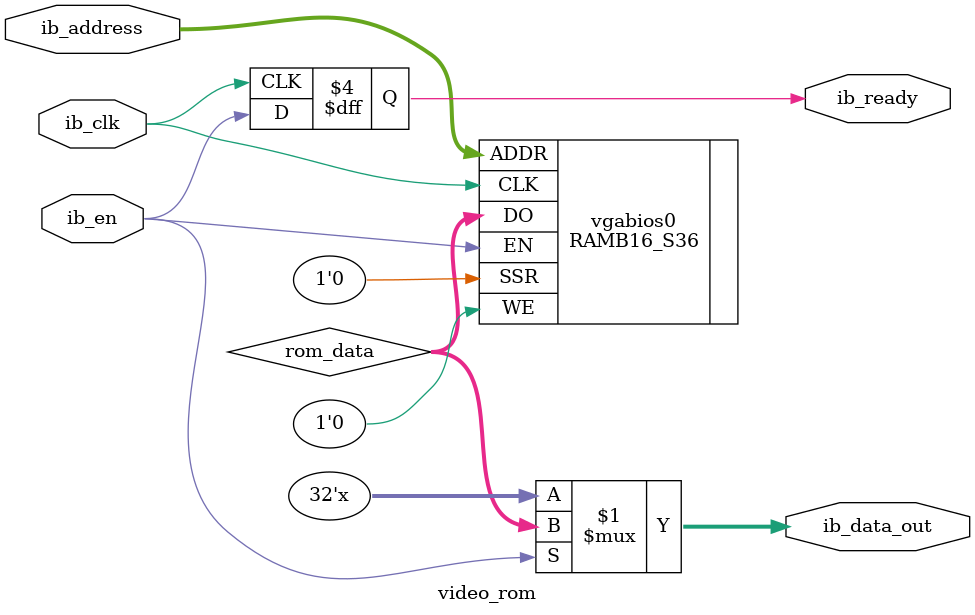
<source format=v>
module video_rom( ib_clk, ib_en, ib_ready, ib_address, ib_data_out );
	
	input	ib_clk;
	input	ib_en;
	output	ib_ready;
	input	[8:0]	ib_address;	//	How to handle 16/32-bit reads?
	output	[31:0]	ib_data_out;
	
	reg		ib_ready	= 0;
	wire	[31:0]	rom_data;
	
	assign	ib_data_out	= ib_en ? rom_data : 32'bz;
	
	//------------------------------------------
	//	Minimal VGA Bios Implementation
	//------------------------------------------
	
//	The VGA Bios file is loaded into a Xilinx RAM block
`include "../data/vgabios.v"
	
	always @(posedge ib_clk)
		ib_ready	<= ib_en;
		
	
	RAMB16_S36 vgabios0 (
		.CLK(ib_clk),
		.EN(ib_en),
		.WE(1'b0),		// ROMs are read only
		.ADDR(ib_address),	// 9-bit address bus
		.SSR(1'b0),
		.DO(rom_data)
		//.DI(ib_data_in)
	);
	
endmodule	//	video_rom

</source>
